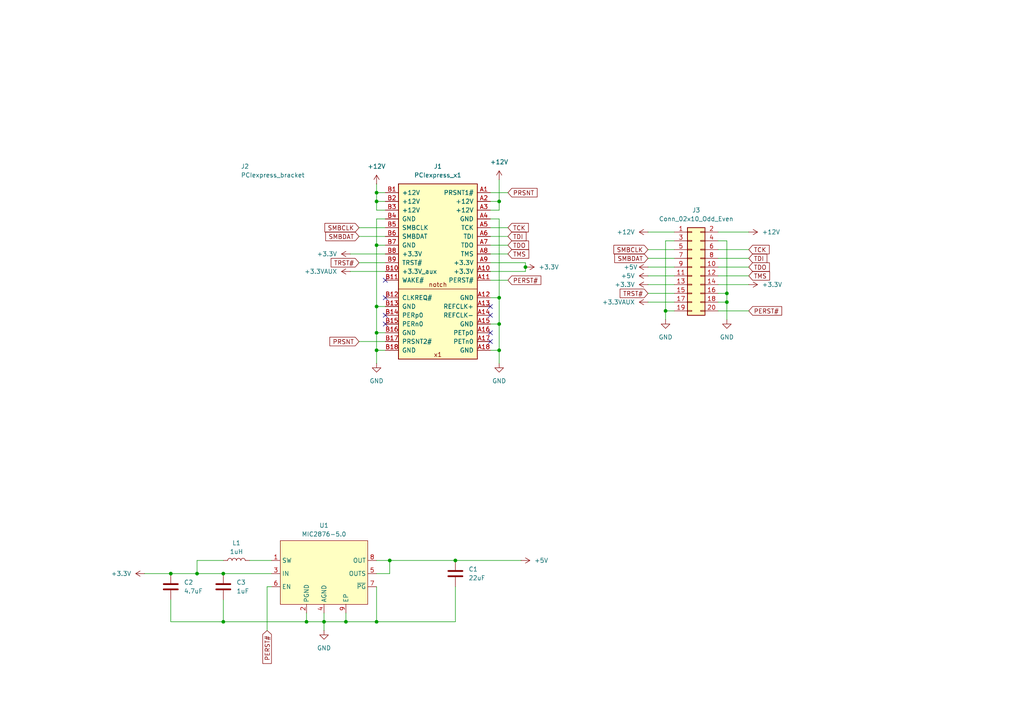
<source format=kicad_sch>
(kicad_sch (version 20250114) (generator "eeschema") (generator_version "9.0")
  (paper "A4")
  (lib_symbols
    (symbol "Connector_Generic:Conn_02x10_Odd_Even" (pin_names (offset 1.016) (hide yes))
      (property "Reference" "J" (at 1.27 12.7 0))
      (property "Value" "Conn_02x10_Odd_Even" (at 1.27 -15.24 0))
      (symbol "Conn_02x10_Odd_Even_1_1"
        (rectangle (start -1.27 11.43) (end 3.81 -13.97) (stroke (width 0.254)) (fill (type background)))
        (rectangle (start -1.27 10.287) (end 0 10.033) (stroke (width 0.1524)))
        (rectangle (start -1.27 7.747) (end 0 7.493) (stroke (width 0.1524)))
        (rectangle (start -1.27 5.207) (end 0 4.953) (stroke (width 0.1524)))
        (rectangle (start -1.27 2.667) (end 0 2.413) (stroke (width 0.1524)))
        (rectangle (start -1.27 0.127) (end 0 -0.127) (stroke (width 0.1524)))
        (rectangle (start -1.27 -2.413) (end 0 -2.667) (stroke (width 0.1524)))
        (rectangle (start -1.27 -4.953) (end 0 -5.207) (stroke (width 0.1524)))
        (rectangle (start -1.27 -7.493) (end 0 -7.747) (stroke (width 0.1524)))
        (rectangle (start -1.27 -10.033) (end 0 -10.287) (stroke (width 0.1524)))
        (rectangle (start -1.27 -12.573) (end 0 -12.827) (stroke (width 0.1524)))
        (rectangle (start 3.81 10.287) (end 2.54 10.033) (stroke (width 0.1524)))
        (rectangle (start 3.81 7.747) (end 2.54 7.493) (stroke (width 0.1524)))
        (rectangle (start 3.81 5.207) (end 2.54 4.953) (stroke (width 0.1524)))
        (rectangle (start 3.81 2.667) (end 2.54 2.413) (stroke (width 0.1524)))
        (rectangle (start 3.81 0.127) (end 2.54 -0.127) (stroke (width 0.1524)))
        (rectangle (start 3.81 -2.413) (end 2.54 -2.667) (stroke (width 0.1524)))
        (rectangle (start 3.81 -4.953) (end 2.54 -5.207) (stroke (width 0.1524)))
        (rectangle (start 3.81 -7.493) (end 2.54 -7.747) (stroke (width 0.1524)))
        (rectangle (start 3.81 -10.033) (end 2.54 -10.287) (stroke (width 0.1524)))
        (rectangle (start 3.81 -12.573) (end 2.54 -12.827) (stroke (width 0.1524)))
        (pin passive line (at -5.08 10.16 0) (length 3.81) (name "Pin_1") (number "1"))
        (pin passive line (at -5.08 7.62 0) (length 3.81) (name "Pin_3") (number "3"))
        (pin passive line (at -5.08 5.08 0) (length 3.81) (name "Pin_5") (number "5"))
        (pin passive line (at -5.08 2.54 0) (length 3.81) (name "Pin_7") (number "7"))
        (pin passive line (at -5.08 0 0) (length 3.81) (name "Pin_9") (number "9"))
        (pin passive line (at -5.08 -2.54 0) (length 3.81) (name "Pin_11") (number "11"))
        (pin passive line (at -5.08 -5.08 0) (length 3.81) (name "Pin_13") (number "13"))
        (pin passive line (at -5.08 -7.62 0) (length 3.81) (name "Pin_15") (number "15"))
        (pin passive line (at -5.08 -10.16 0) (length 3.81) (name "Pin_17") (number "17"))
        (pin passive line (at -5.08 -12.7 0) (length 3.81) (name "Pin_19") (number "19"))
        (pin passive line (at 7.62 10.16 180) (length 3.81) (name "Pin_2") (number "2"))
        (pin passive line (at 7.62 7.62 180) (length 3.81) (name "Pin_4") (number "4"))
        (pin passive line (at 7.62 5.08 180) (length 3.81) (name "Pin_6") (number "6"))
        (pin passive line (at 7.62 2.54 180) (length 3.81) (name "Pin_8") (number "8"))
        (pin passive line (at 7.62 0 180) (length 3.81) (name "Pin_10") (number "10"))
        (pin passive line (at 7.62 -2.54 180) (length 3.81) (name "Pin_12") (number "12"))
        (pin passive line (at 7.62 -5.08 180) (length 3.81) (name "Pin_14") (number "14"))
        (pin passive line (at 7.62 -7.62 180) (length 3.81) (name "Pin_16") (number "16"))
        (pin passive line (at 7.62 -10.16 180) (length 3.81) (name "Pin_18") (number "18"))
        (pin passive line (at 7.62 -12.7 180) (length 3.81) (name "Pin_20") (number "20"))
      )
    )
    (symbol "Device:C" (pin_numbers (hide yes)) (pin_names (offset 0.254))
      (property "Reference" "C" (at 0.635 2.54 0))
      (property "Value" "C" (at 0.635 -2.54 0))
      (symbol "C_0_1"
        (polyline (pts (xy -2.032 0.762) (xy 2.032 0.762)) (stroke (width 0.508)))
        (polyline (pts (xy -2.032 -0.762) (xy 2.032 -0.762)) (stroke (width 0.508)))
      )
      (symbol "C_1_1"
        (pin passive line (at 0 3.81 270) (length 2.794) (name "~") (number "1"))
        (pin passive line (at 0 -3.81 90) (length 2.794) (name "~") (number "2"))
      )
    )
    (symbol "Device:L" (pin_numbers (hide yes)) (pin_names (offset 1.016) (hide yes))
      (property "Reference" "L" (at -1.27 0 90))
      (property "Value" "L" (at 1.905 0 90))
      (symbol "L_0_1"
        (arc (start 0 2.54) (mid 0.6323 1.905) (end 0 1.27))
        (arc (start 0 1.27) (mid 0.6323 0.635) (end 0 0))
        (arc (start 0 0) (mid 0.6323 -0.635) (end 0 -1.27))
        (arc (start 0 -1.27) (mid 0.6323 -1.905) (end 0 -2.54))
      )
      (symbol "L_1_1"
        (pin passive line (at 0 3.81 270) (length 1.27) (name "1") (number "1"))
        (pin passive line (at 0 -3.81 90) (length 1.27) (name "2") (number "2"))
      )
    )
    (symbol "PCIe-Aux-Signal-Breakout-Symbol-Library:MIC2876-5.0"
      (property "Reference" "U" (at 0 8.382 0))
      (property "Value" "MIC2876-5.0" (at 0 6.096 0))
      (symbol "MIC2876-5.0_0_1"
        (rectangle (start -12.7 3.175) (end 12.7 -15.24) (fill (type background)))
      )
      (symbol "MIC2876-5.0_1_1"
        (pin input line (at -15.24 -2.54 0) (length 2.54) (name "SW") (number "1"))
        (pin input line (at -15.24 -6.35 0) (length 2.54) (name "IN") (number "3"))
        (pin input line (at -15.24 -10.16 0) (length 2.54) (name "EN") (number "6"))
        (pin input line (at -5.08 -17.78 90) (length 2.54) (name "PGND") (number "2"))
        (pin input line (at 0 -17.78 90) (length 2.54) (name "AGND") (number "4"))
        (pin input line (at 6.35 -17.78 90) (length 2.54) (name "EP") (number "9"))
        (pin output line (at 15.24 -2.54 180) (length 2.54) (name "OUT") (number "8"))
        (pin input line (at 15.24 -6.35 180) (length 2.54) (name "OUTS") (number "5"))
        (pin output line (at 15.24 -10.16 180) (length 2.54) (name "~{PG}") (number "7"))
      )
    )
    (symbol "PCIexpress:PCIexpress_bracket" (pin_names (offset 1.016))
      (property "Reference" "J" (at 0 0 0))
      (property "Value" "PCIexpress_bracket" (at 0 0 0))
    )
    (symbol "PCIexpress:PCIexpress_x1" (pin_names (offset 1.016))
      (property "Reference" "J" (at 0 3.81 0))
      (property "Value" "PCIexpress_x1" (at 0 1.27 0))
      (symbol "PCIexpress_x1_0_0"
        (text "notch" (at 0 -29.21 0) (effects (font (size 1.27 1.27))))
        (text "x1" (at 0 -49.53 0) (effects (font (size 1.27 1.27))))
      )
      (symbol "PCIexpress_x1_0_1"
        (polyline (pts (xy 11.43 -30.48) (xy -11.43 -30.48)))
      )
      (symbol "PCIexpress_x1_1_1"
        (rectangle (start 11.43 0) (end -11.43 -50.8) (stroke (width 0.254)) (fill (type background)))
        (pin power_in line (at -15.24 -2.54 0) (length 3.81) (name "+12V") (number "B1"))
        (pin power_in line (at -15.24 -5.08 0) (length 3.81) (name "+12V") (number "B2"))
        (pin power_in line (at -15.24 -7.62 0) (length 3.81) (name "+12V") (number "B3"))
        (pin power_in line (at -15.24 -10.16 0) (length 3.81) (name "GND") (number "B4"))
        (pin input line (at -15.24 -12.7 0) (length 3.81) (name "SMBCLK") (number "B5"))
        (pin bidirectional line (at -15.24 -15.24 0) (length 3.81) (name "SMBDAT") (number "B6"))
        (pin power_in line (at -15.24 -17.78 0) (length 3.81) (name "GND") (number "B7"))
        (pin power_in line (at -15.24 -20.32 0) (length 3.81) (name "+3.3V") (number "B8"))
        (pin input line (at -15.24 -22.86 0) (length 3.81) (name "TRST#") (number "B9"))
        (pin power_in line (at -15.24 -25.4 0) (length 3.81) (name "+3.3V_aux") (number "B10"))
        (pin bidirectional line (at -15.24 -27.94 0) (length 3.81) (name "WAKE#") (number "B11"))
        (pin bidirectional line (at -15.24 -33.02 0) (length 3.81) (name "CLKREQ#") (number "B12"))
        (pin power_in line (at -15.24 -35.56 0) (length 3.81) (name "GND") (number "B13"))
        (pin input line (at -15.24 -38.1 0) (length 3.81) (name "PERp0") (number "B14"))
        (pin input line (at -15.24 -40.64 0) (length 3.81) (name "PERn0") (number "B15"))
        (pin power_in line (at -15.24 -43.18 0) (length 3.81) (name "GND") (number "B16"))
        (pin passive line (at -15.24 -45.72 0) (length 3.81) (name "PRSNT2#") (number "B17"))
        (pin power_in line (at -15.24 -48.26 0) (length 3.81) (name "GND") (number "B18"))
        (pin passive line (at 15.24 -2.54 180) (length 3.81) (name "PRSNT1#") (number "A1"))
        (pin power_in line (at 15.24 -5.08 180) (length 3.81) (name "+12V") (number "A2"))
        (pin power_in line (at 15.24 -7.62 180) (length 3.81) (name "+12V") (number "A3"))
        (pin power_in line (at 15.24 -10.16 180) (length 3.81) (name "GND") (number "A4"))
        (pin input line (at 15.24 -12.7 180) (length 3.81) (name "TCK") (number "A5"))
        (pin input line (at 15.24 -15.24 180) (length 3.81) (name "TDI") (number "A6"))
        (pin output line (at 15.24 -17.78 180) (length 3.81) (name "TDO") (number "A7"))
        (pin input line (at 15.24 -20.32 180) (length 3.81) (name "TMS") (number "A8"))
        (pin power_in line (at 15.24 -22.86 180) (length 3.81) (name "+3.3V") (number "A9"))
        (pin power_in line (at 15.24 -25.4 180) (length 3.81) (name "+3.3V") (number "A10"))
        (pin input line (at 15.24 -27.94 180) (length 3.81) (name "PERST#") (number "A11"))
        (pin power_in line (at 15.24 -33.02 180) (length 3.81) (name "GND") (number "A12"))
        (pin input line (at 15.24 -35.56 180) (length 3.81) (name "REFCLK+") (number "A13"))
        (pin input line (at 15.24 -38.1 180) (length 3.81) (name "REFCLK-") (number "A14"))
        (pin power_in line (at 15.24 -40.64 180) (length 3.81) (name "GND") (number "A15"))
        (pin output line (at 15.24 -43.18 180) (length 3.81) (name "PETp0") (number "A16"))
        (pin output line (at 15.24 -45.72 180) (length 3.81) (name "PETn0") (number "A17"))
        (pin power_in line (at 15.24 -48.26 180) (length 3.81) (name "GND") (number "A18"))
      )
    )
    (symbol "power:+12V" (power) (pin_numbers (hide yes)) (pin_names (offset 0) (hide yes))
      (property "Value" "+12V" (at 0 3.556 0))
      (symbol "+12V_0_1"
        (polyline (pts (xy -0.762 1.27) (xy 0 2.54)))
        (polyline (pts (xy 0 2.54) (xy 0.762 1.27)))
        (polyline (pts (xy 0 0) (xy 0 2.54)))
      )
      (symbol "+12V_1_1"
        (pin power_in line (at 0 0 90) (length 0) (name "~") (number "1"))
      )
    )
    (symbol "power:+3.3V" (power) (pin_numbers (hide yes)) (pin_names (offset 0) (hide yes))
      (property "Value" "+3.3V" (at 0 3.556 0))
      (symbol "+3.3V_0_1"
        (polyline (pts (xy -0.762 1.27) (xy 0 2.54)))
        (polyline (pts (xy 0 2.54) (xy 0.762 1.27)))
        (polyline (pts (xy 0 0) (xy 0 2.54)))
      )
      (symbol "+3.3V_1_1"
        (pin power_in line (at 0 0 90) (length 0) (name "~") (number "1"))
      )
    )
    (symbol "power:+5V" (power) (pin_numbers (hide yes)) (pin_names (offset 0) (hide yes))
      (property "Value" "+5V" (at 0 3.556 0))
      (symbol "+5V_0_1"
        (polyline (pts (xy -0.762 1.27) (xy 0 2.54)))
        (polyline (pts (xy 0 2.54) (xy 0.762 1.27)))
        (polyline (pts (xy 0 0) (xy 0 2.54)))
      )
      (symbol "+5V_1_1"
        (pin power_in line (at 0 0 90) (length 0) (name "~") (number "1"))
      )
    )
    (symbol "power:GND" (power) (pin_numbers (hide yes)) (pin_names (offset 0) (hide yes))
      (property "Value" "GND" (at 0 -3.81 0))
      (symbol "GND_0_1"
        (polyline (pts (xy 0 0) (xy 0 -1.27) (xy 1.27 -1.27) (xy 0 -2.54) (xy -1.27 -1.27) (xy 0 -1.27)))
      )
      (symbol "GND_1_1"
        (pin power_in line (at 0 0 270) (length 0) (name "~") (number "1"))
      )
    )
  )
  (junction (at 49.53 166.37))
  (junction (at 144.78 101.6))
  (junction (at 88.9 180.34))
  (junction (at 152.4 77.47))
  (junction (at 132.08 162.56))
  (junction (at 109.22 88.9))
  (junction (at 193.04 90.17))
  (junction (at 93.98 180.34))
  (junction (at 109.22 71.12))
  (junction (at 210.82 85.09))
  (junction (at 109.22 55.88))
  (junction (at 64.77 166.37))
  (junction (at 109.22 101.6))
  (junction (at 100.33 180.34))
  (junction (at 109.22 96.52))
  (junction (at 210.82 87.63))
  (junction (at 109.22 58.42))
  (junction (at 64.77 180.34))
  (junction (at 144.78 93.98))
  (junction (at 109.22 180.34))
  (junction (at 144.78 58.42))
  (junction (at 113.03 162.56))
  (junction (at 57.15 166.37))
  (junction (at 144.78 86.36))
  (no_connect (at 142.24 91.44))
  (no_connect (at 142.24 99.06))
  (no_connect (at 111.76 86.36))
  (no_connect (at 142.24 88.9))
  (no_connect (at 111.76 93.98))
  (no_connect (at 142.24 96.52))
  (no_connect (at 111.76 81.28))
  (no_connect (at 111.76 91.44))
  (wire (pts (xy 144.78 52.07) (xy 144.78 58.42)))
  (wire (pts (xy 104.14 76.2) (xy 111.76 76.2)))
  (wire (pts (xy 109.22 71.12) (xy 109.22 88.9)))
  (wire (pts (xy 142.24 81.28) (xy 147.32 81.28)))
  (wire (pts (xy 208.28 82.55) (xy 217.17 82.55)))
  (wire (pts (xy 64.77 180.34) (xy 88.9 180.34)))
  (wire (pts (xy 208.28 87.63) (xy 210.82 87.63)))
  (wire (pts (xy 195.58 69.85) (xy 193.04 69.85)))
  (wire (pts (xy 152.4 76.2) (xy 142.24 76.2)))
  (wire (pts (xy 210.82 69.85) (xy 210.82 85.09)))
  (wire (pts (xy 187.96 87.63) (xy 195.58 87.63)))
  (wire (pts (xy 109.22 60.96) (xy 109.22 58.42)))
  (wire (pts (xy 57.15 166.37) (xy 64.77 166.37)))
  (wire (pts (xy 109.22 101.6) (xy 109.22 105.41)))
  (wire (pts (xy 142.24 68.58) (xy 147.32 68.58)))
  (wire (pts (xy 152.4 77.47) (xy 152.4 76.2)))
  (wire (pts (xy 64.77 173.99) (xy 64.77 180.34)))
  (wire (pts (xy 210.82 87.63) (xy 210.82 92.71)))
  (wire (pts (xy 208.28 90.17) (xy 217.17 90.17)))
  (wire (pts (xy 41.91 166.37) (xy 49.53 166.37)))
  (wire (pts (xy 93.98 177.8) (xy 93.98 180.34)))
  (wire (pts (xy 208.28 74.93) (xy 217.17 74.93)))
  (wire (pts (xy 111.76 60.96) (xy 109.22 60.96)))
  (wire (pts (xy 93.98 180.34) (xy 93.98 182.88)))
  (wire (pts (xy 144.78 58.42) (xy 142.24 58.42)))
  (wire (pts (xy 100.33 177.8) (xy 100.33 180.34)))
  (wire (pts (xy 142.24 78.74) (xy 152.4 78.74)))
  (wire (pts (xy 57.15 162.56) (xy 64.77 162.56)))
  (wire (pts (xy 208.28 72.39) (xy 217.17 72.39)))
  (wire (pts (xy 104.14 66.04) (xy 111.76 66.04)))
  (wire (pts (xy 109.22 58.42) (xy 109.22 55.88)))
  (wire (pts (xy 142.24 101.6) (xy 144.78 101.6)))
  (wire (pts (xy 187.96 77.47) (xy 195.58 77.47)))
  (wire (pts (xy 152.4 78.74) (xy 152.4 77.47)))
  (wire (pts (xy 111.76 55.88) (xy 109.22 55.88)))
  (wire (pts (xy 77.47 170.18) (xy 78.74 170.18)))
  (wire (pts (xy 49.53 180.34) (xy 64.77 180.34)))
  (wire (pts (xy 109.22 166.37) (xy 113.03 166.37)))
  (wire (pts (xy 111.76 63.5) (xy 109.22 63.5)))
  (wire (pts (xy 104.14 68.58) (xy 111.76 68.58)))
  (wire (pts (xy 144.78 86.36) (xy 144.78 93.98)))
  (wire (pts (xy 142.24 66.04) (xy 147.32 66.04)))
  (wire (pts (xy 144.78 63.5) (xy 144.78 86.36)))
  (wire (pts (xy 142.24 55.88) (xy 147.32 55.88)))
  (wire (pts (xy 109.22 88.9) (xy 109.22 96.52)))
  (wire (pts (xy 57.15 166.37) (xy 57.15 162.56)))
  (wire (pts (xy 187.96 80.01) (xy 195.58 80.01)))
  (wire (pts (xy 109.22 101.6) (xy 111.76 101.6)))
  (wire (pts (xy 132.08 170.18) (xy 132.08 180.34)))
  (wire (pts (xy 187.96 85.09) (xy 195.58 85.09)))
  (wire (pts (xy 49.53 166.37) (xy 57.15 166.37)))
  (wire (pts (xy 208.28 67.31) (xy 217.17 67.31)))
  (wire (pts (xy 193.04 69.85) (xy 193.04 90.17)))
  (wire (pts (xy 109.22 96.52) (xy 111.76 96.52)))
  (wire (pts (xy 142.24 63.5) (xy 144.78 63.5)))
  (wire (pts (xy 208.28 69.85) (xy 210.82 69.85)))
  (wire (pts (xy 113.03 162.56) (xy 132.08 162.56)))
  (wire (pts (xy 142.24 86.36) (xy 144.78 86.36)))
  (wire (pts (xy 187.96 82.55) (xy 195.58 82.55)))
  (wire (pts (xy 88.9 177.8) (xy 88.9 180.34)))
  (wire (pts (xy 109.22 96.52) (xy 109.22 101.6)))
  (wire (pts (xy 111.76 58.42) (xy 109.22 58.42)))
  (wire (pts (xy 208.28 77.47) (xy 217.17 77.47)))
  (wire (pts (xy 100.33 180.34) (xy 109.22 180.34)))
  (wire (pts (xy 111.76 71.12) (xy 109.22 71.12)))
  (wire (pts (xy 111.76 78.74) (xy 101.6 78.74)))
  (wire (pts (xy 187.96 67.31) (xy 195.58 67.31)))
  (wire (pts (xy 142.24 71.12) (xy 147.32 71.12)))
  (wire (pts (xy 144.78 60.96) (xy 144.78 58.42)))
  (wire (pts (xy 101.6 73.66) (xy 111.76 73.66)))
  (wire (pts (xy 142.24 60.96) (xy 144.78 60.96)))
  (wire (pts (xy 144.78 101.6) (xy 144.78 105.41)))
  (wire (pts (xy 142.24 73.66) (xy 147.32 73.66)))
  (wire (pts (xy 193.04 90.17) (xy 193.04 92.71)))
  (wire (pts (xy 210.82 85.09) (xy 210.82 87.63)))
  (wire (pts (xy 109.22 88.9) (xy 111.76 88.9)))
  (wire (pts (xy 132.08 162.56) (xy 151.13 162.56)))
  (wire (pts (xy 113.03 166.37) (xy 113.03 162.56)))
  (wire (pts (xy 144.78 93.98) (xy 144.78 101.6)))
  (wire (pts (xy 109.22 180.34) (xy 132.08 180.34)))
  (wire (pts (xy 49.53 173.99) (xy 49.53 180.34)))
  (wire (pts (xy 142.24 93.98) (xy 144.78 93.98)))
  (wire (pts (xy 208.28 85.09) (xy 210.82 85.09)))
  (wire (pts (xy 193.04 90.17) (xy 195.58 90.17)))
  (wire (pts (xy 109.22 170.18) (xy 109.22 180.34)))
  (wire (pts (xy 109.22 55.88) (xy 109.22 53.34)))
  (wire (pts (xy 187.96 74.93) (xy 195.58 74.93)))
  (wire (pts (xy 100.33 180.34) (xy 93.98 180.34)))
  (wire (pts (xy 113.03 162.56) (xy 109.22 162.56)))
  (wire (pts (xy 109.22 63.5) (xy 109.22 71.12)))
  (wire (pts (xy 77.47 170.18) (xy 77.47 182.88)))
  (wire (pts (xy 104.14 99.06) (xy 111.76 99.06)))
  (wire (pts (xy 72.39 162.56) (xy 78.74 162.56)))
  (wire (pts (xy 88.9 180.34) (xy 93.98 180.34)))
  (wire (pts (xy 208.28 80.01) (xy 217.17 80.01)))
  (wire (pts (xy 64.77 166.37) (xy 78.74 166.37)))
  (wire (pts (xy 187.96 72.39) (xy 195.58 72.39)))
  (global_label "TCK" (shape input) (at 217.17 72.39 0) (property "Intersheetrefs" "${INTERSHEET_REFS}" (effects (hide yes))))
  (global_label "SMBCLK" (shape input) (at 104.14 66.04 180) (property "Intersheetrefs" "${INTERSHEET_REFS}" (effects (hide yes))))
  (global_label "TMS" (shape input) (at 217.17 80.01 0) (property "Intersheetrefs" "${INTERSHEET_REFS}" (effects (hide yes))))
  (global_label "SMBDAT" (shape input) (at 187.96 74.93 180) (property "Intersheetrefs" "${INTERSHEET_REFS}" (effects (hide yes))))
  (global_label "TMS" (shape input) (at 147.32 73.66 0) (property "Intersheetrefs" "${INTERSHEET_REFS}" (effects (hide yes))))
  (global_label "PRSNT" (shape input) (at 104.14 99.06 180) (property "Intersheetrefs" "${INTERSHEET_REFS}" (effects (hide yes))))
  (global_label "TRST#" (shape input) (at 104.14 76.2 180) (property "Intersheetrefs" "${INTERSHEET_REFS}" (effects (hide yes))))
  (global_label "TDO" (shape input) (at 147.32 71.12 0) (property "Intersheetrefs" "${INTERSHEET_REFS}" (effects (hide yes))))
  (global_label "SMBCLK" (shape input) (at 187.96 72.39 180) (property "Intersheetrefs" "${INTERSHEET_REFS}" (effects (hide yes))))
  (global_label "PERST#" (shape input) (at 147.32 81.28 0) (property "Intersheetrefs" "${INTERSHEET_REFS}" (effects (hide yes))))
  (global_label "TCK" (shape input) (at 147.32 66.04 0) (property "Intersheetrefs" "${INTERSHEET_REFS}" (effects (hide yes))))
  (global_label "TDO" (shape input) (at 217.17 77.47 0) (property "Intersheetrefs" "${INTERSHEET_REFS}" (effects (hide yes))))
  (global_label "SMBDAT" (shape input) (at 104.14 68.58 180) (property "Intersheetrefs" "${INTERSHEET_REFS}" (effects (hide yes))))
  (global_label "PERST#" (shape input) (at 77.47 182.88 270) (property "Intersheetrefs" "${INTERSHEET_REFS}" (effects (hide yes))))
  (global_label "TDI" (shape input) (at 147.32 68.58 0) (property "Intersheetrefs" "${INTERSHEET_REFS}" (effects (hide yes))))
  (global_label "TDI" (shape input) (at 217.17 74.93 0) (property "Intersheetrefs" "${INTERSHEET_REFS}" (effects (hide yes))))
  (global_label "PRSNT" (shape input) (at 147.32 55.88 0) (property "Intersheetrefs" "${INTERSHEET_REFS}" (effects (hide yes))))
  (global_label "PERST#" (shape input) (at 217.17 90.17 0) (property "Intersheetrefs" "${INTERSHEET_REFS}" (effects (hide yes))))
  (global_label "TRST#" (shape input) (at 187.96 85.09 180) (property "Intersheetrefs" "${INTERSHEET_REFS}" (effects (hide yes))))
  (symbol (lib_id "power:+3.3V") (at 101.6 78.74 90) (unit 1)
    (property "Reference" "#PWR07" (effects (hide yes)))
    (property "Value" "+3.3VAUX" (at 97.79 78.7399 90) (effects (justify left)))
    (property "Description" "Power symbol creates a global label with name \"+3.3V\"" (effects (hide yes)))
  )
  (symbol (lib_id "power:+3.3V") (at 187.96 82.55 90) (unit 1)
    (property "Reference" "#PWR011" (effects (hide yes)))
    (property "Value" "+3.3V" (at 184.15 82.5501 90) (effects (justify left)))
    (property "Description" "Power symbol creates a global label with name \"+3.3V\"" (effects (hide yes)))
  )
  (symbol (lib_id "PCIexpress:PCIexpress_x1") (at 127 53.34 0) (unit 1)
    (property "Reference" "J1" (at 127 48.26 0))
    (property "Value" "PCIexpress_x1" (at 127 50.8 0))
    (property "Footprint" "PCIexpress:PCIexpress_x1" (effects (hide yes)))
  )
  (symbol (lib_id "power:GND") (at 109.22 105.41 0) (unit 1)
    (property "Reference" "#PWR01" (effects (hide yes)))
    (property "Value" "GND" (at 109.22 110.49 0))
    (property "Description" "Power symbol creates a global label with name \"GND\" , ground" (effects (hide yes)))
  )
  (symbol (lib_id "PCIexpress:PCIexpress_bracket") (at 68.58 49.53 0) (unit 1)
    (property "Reference" "J2" (at 69.85 48.2599 0) (effects (justify left)))
    (property "Value" "PCIexpress_bracket" (at 69.85 50.7999 0) (effects (justify left)))
    (property "Footprint" "PCIexpress:PCIexpress_bracket_low" (effects (hide yes)))
  )
  (symbol (lib_id "power:GND") (at 193.04 92.71 0) (unit 1)
    (property "Reference" "#PWR014" (effects (hide yes)))
    (property "Value" "GND" (at 193.04 97.79 0))
    (property "Description" "Power symbol creates a global label with name \"GND\" , ground" (effects (hide yes)))
  )
  (symbol (lib_id "power:+5V") (at 187.96 80.01 90) (unit 1)
    (property "Reference" "#PWR013" (effects (hide yes)))
    (property "Value" "+5V" (at 184.15 80.0099 90) (effects (justify left)))
    (property "Description" "Power symbol creates a global label with name \"+5V\"" (effects (hide yes)))
  )
  (symbol (lib_id "Device:C") (at 49.53 170.18 0) (unit 1)
    (property "Reference" "C2" (at 53.34 168.9099 0) (effects (justify left)))
    (property "Value" "4.7uF" (at 53.34 171.4499 0) (effects (justify left)))
    (property "Footprint" "Capacitor_SMD:C_0603_1608Metric" (effects (hide yes)))
    (property "Description" "Unpolarized capacitor" (effects (hide yes)))
  )
  (symbol (lib_id "power:+3.3V") (at 187.96 87.63 90) (unit 1)
    (property "Reference" "#PWR016" (effects (hide yes)))
    (property "Value" "+3.3VAUX" (at 184.15 87.6301 90) (effects (justify left)))
    (property "Description" "Power symbol creates a global label with name \"+3.3V\"" (effects (hide yes)))
  )
  (symbol (lib_id "Device:C") (at 132.08 166.37 0) (unit 1)
    (property "Reference" "C1" (at 135.89 165.0999 0) (effects (justify left)))
    (property "Value" "22uF" (at 135.89 167.6399 0) (effects (justify left)))
    (property "Footprint" "Capacitor_SMD:C_0805_2012Metric" (effects (hide yes)))
    (property "Description" "Unpolarized capacitor" (effects (hide yes)))
  )
  (symbol (lib_id "power:GND") (at 144.78 105.41 0) (unit 1)
    (property "Reference" "#PWR02" (effects (hide yes)))
    (property "Value" "GND" (at 144.78 110.49 0))
    (property "Description" "Power symbol creates a global label with name \"GND\" , ground" (effects (hide yes)))
  )
  (symbol (lib_id "power:GND") (at 210.82 92.71 0) (unit 1)
    (property "Reference" "#PWR015" (effects (hide yes)))
    (property "Value" "GND" (at 210.82 97.79 0))
    (property "Description" "Power symbol creates a global label with name \"GND\" , ground" (effects (hide yes)))
  )
  (symbol (lib_id "Device:L") (at 68.58 162.56 90) (unit 1)
    (property "Reference" "L1" (at 68.58 157.48 90))
    (property "Value" "1uH" (at 68.58 160.02 90))
    (property "Footprint" "PCIe-Aux-Signal-Breakout-Footprint-Library:L_2520_INPAQ" (effects (hide yes)))
    (property "Description" "Inductor" (effects (hide yes)))
  )
  (symbol (lib_id "power:+5V") (at 151.13 162.56 270) (unit 1)
    (property "Reference" "#PWR019" (effects (hide yes)))
    (property "Value" "+5V" (at 154.94 162.5599 90) (effects (justify left)))
    (property "Description" "Power symbol creates a global label with name \"+5V\"" (effects (hide yes)))
  )
  (symbol (lib_id "power:GND") (at 93.98 182.88 0) (unit 1)
    (property "Reference" "#PWR017" (effects (hide yes)))
    (property "Value" "GND" (at 93.98 187.96 0))
    (property "Description" "Power symbol creates a global label with name \"GND\" , ground" (effects (hide yes)))
  )
  (symbol (lib_id "power:+3.3V") (at 101.6 73.66 90) (unit 1)
    (property "Reference" "#PWR05" (effects (hide yes)))
    (property "Value" "+3.3V" (at 97.79 73.6599 90) (effects (justify left)))
    (property "Description" "Power symbol creates a global label with name \"+3.3V\"" (effects (hide yes)))
  )
  (symbol (lib_id "power:+12V") (at 187.96 67.31 90) (unit 1)
    (property "Reference" "#PWR08" (effects (hide yes)))
    (property "Value" "+12V" (at 184.15 67.3099 90) (effects (justify left)))
    (property "Description" "Power symbol creates a global label with name \"+12V\"" (effects (hide yes)))
  )
  (symbol (lib_id "power:+12V") (at 217.17 67.31 270) (unit 1)
    (property "Reference" "#PWR09" (effects (hide yes)))
    (property "Value" "+12V" (at 220.98 67.3099 90) (effects (justify left)))
    (property "Description" "Power symbol creates a global label with name \"+12V\"" (effects (hide yes)))
  )
  (symbol (lib_id "power:+3.3V") (at 152.4 77.47 270) (unit 1)
    (property "Reference" "#PWR06" (effects (hide yes)))
    (property "Value" "+3.3V" (at 156.21 77.4699 90) (effects (justify left)))
    (property "Description" "Power symbol creates a global label with name \"+3.3V\"" (effects (hide yes)))
  )
  (symbol (lib_id "power:+3.3V") (at 41.91 166.37 90) (unit 1)
    (property "Reference" "#PWR018" (effects (hide yes)))
    (property "Value" "+3.3V" (at 38.1 166.3699 90) (effects (justify left)))
    (property "Description" "Power symbol creates a global label with name \"+3.3V\"" (effects (hide yes)))
  )
  (symbol (lib_id "power:+5V") (at 187.96 77.47 90) (unit 1)
    (property "Reference" "#PWR012" (effects (hide yes)))
    (property "Value" "+5V" (at 182.88 77.47 90))
    (property "Description" "Power symbol creates a global label with name \"+5V\"" (effects (hide yes)))
  )
  (symbol (lib_id "power:+12V") (at 109.22 53.34 0) (unit 1)
    (property "Reference" "#PWR03" (effects (hide yes)))
    (property "Value" "+12V" (at 109.22 48.26 0))
    (property "Description" "Power symbol creates a global label with name \"+12V\"" (effects (hide yes)))
  )
  (symbol (lib_id "power:+3.3V") (at 217.17 82.55 270) (unit 1)
    (property "Reference" "#PWR010" (effects (hide yes)))
    (property "Value" "+3.3V" (at 220.98 82.5499 90) (effects (justify left)))
    (property "Description" "Power symbol creates a global label with name \"+3.3V\"" (effects (hide yes)))
  )
  (symbol (lib_id "PCIe-Aux-Signal-Breakout-Symbol-Library:MIC2876-5.0") (at 93.98 160.02 0) (unit 1)
    (property "Reference" "U1" (at 93.98 152.4 0))
    (property "Value" "MIC2876-5.0" (at 93.98 154.94 0))
    (property "Footprint" "PCIe-Aux-Signal-Breakout-Footprint-Library:8-Lead UDFN" (effects (hide yes)))
    (property "Datasheet" "https://ww1.microchip.com/downloads/aemDocuments/documents/APID/ProductDocuments/DataSheets/MIC2876-4.8A-ISW-Synchronous-Boost-Regulator-with-Bi-Directional-Load-Disconnect-DS20005572.pdf" (effects (hide yes)))
    (property "Description" "Synchronous Boost Regulator Fixed 5.0V output" (effects (hide yes)))
  )
  (symbol (lib_id "power:+12V") (at 144.78 52.07 0) (unit 1)
    (property "Reference" "#PWR04" (effects (hide yes)))
    (property "Value" "+12V" (at 144.78 46.99 0))
    (property "Description" "Power symbol creates a global label with name \"+12V\"" (effects (hide yes)))
  )
  (symbol (lib_id "Connector_Generic:Conn_02x10_Odd_Even") (at 200.66 77.47 0) (unit 1)
    (property "Reference" "J3" (at 201.93 60.96 0))
    (property "Value" "Conn_02x10_Odd_Even" (at 201.93 63.5 0))
    (property "Footprint" "Connector_IDC:IDC-Header_2x10_P2.54mm_Horizontal" (effects (hide yes)))
    (property "Description" "Generic connector, double row, 02x10, odd/even pin numbering scheme (row 1 odd numbers, row 2 even numbers), script generated (kicad-library-utils/schlib/autogen/connector/)" (effects (hide yes)))
  )
  (symbol (lib_id "Device:C") (at 64.77 170.18 0) (unit 1)
    (property "Reference" "C3" (at 68.58 168.9099 0) (effects (justify left)))
    (property "Value" "1uF" (at 68.58 171.4499 0) (effects (justify left)))
    (property "Footprint" "Capacitor_SMD:C_0603_1608Metric" (effects (hide yes)))
    (property "Description" "Unpolarized capacitor" (effects (hide yes)))
  )
)
</source>
